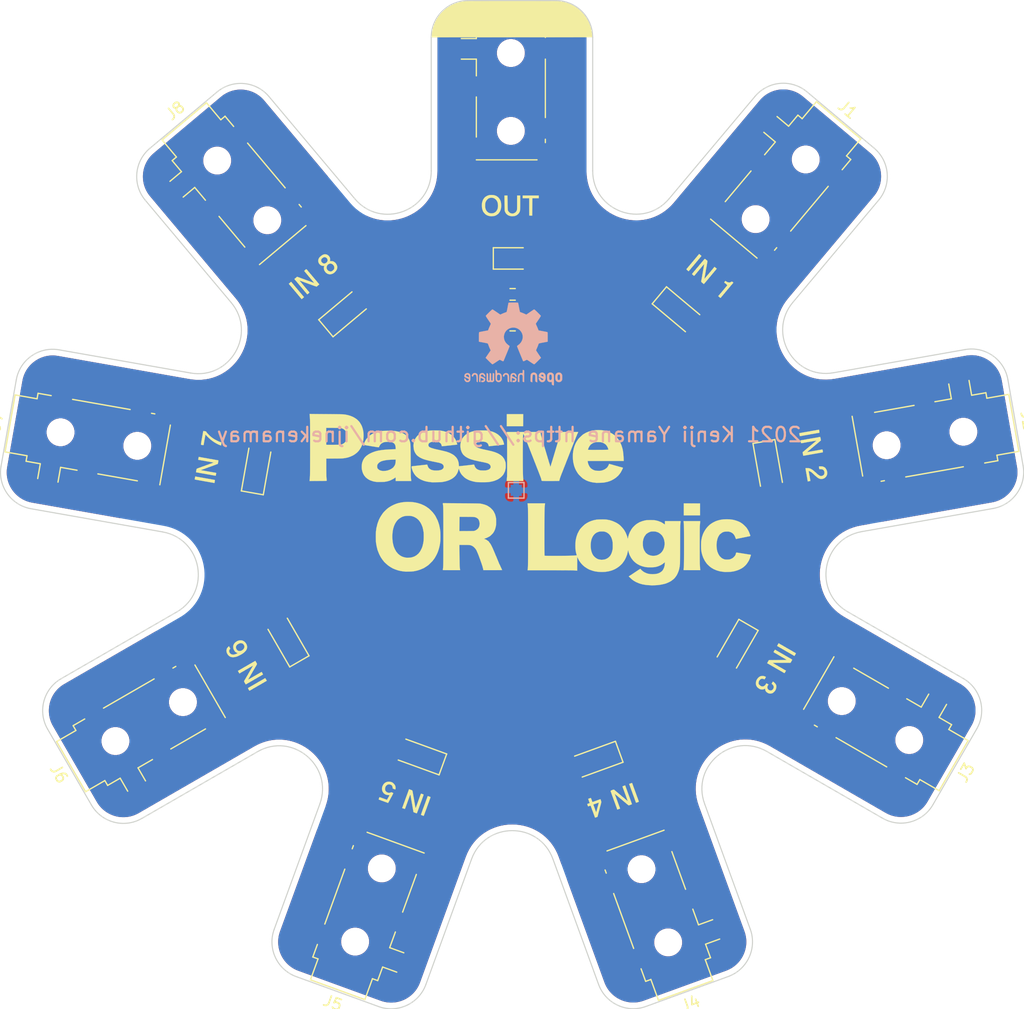
<source format=kicad_pcb>
(kicad_pcb (version 20171130) (host pcbnew "(5.1.9)-1")
  (layers (0 F.Cu signal hide) (31 B.Cu signal hide) (34 B.Paste user) (35 F.Paste user) (36 B.SilkS user) (37 F.SilkS user) (38 B.Mask user) (39 F.Mask user) (44 Edge.Cuts user))
  (net 0 "")
  (net 1 "Net-(D1-Pad2)")
  (net 2 "Net-(D1-Pad1)")
  (net 3 "Net-(D2-Pad2)")
  (net 4 "Net-(D3-Pad2)")
  (net 5 "Net-(D4-Pad2)")
  (net 6 "Net-(D5-Pad2)")
  (net 7 "Net-(D6-Pad2)")
  (net 8 "Net-(D7-Pad2)")
  (net 9 "Net-(D8-Pad2)")
  (net 10 "Net-(D10-Pad2)")
  (net 11 GND)
  (module TestPoint:TestPoint_Pad_1.0x1.0mm (layer B.Cu) (at 144.75 91.35)
    (fp_text reference REF1 hide)
    (fp_text value TestPoint_Pad_1.0x1.0mm)
    (pad 1 smd rect (at 0 0) (size 1 1) (layers B.Cu B.Mask) (net 11 GND))
  )
  (module Symbol:OSHW-Logo2_9.8x8mm_SilkScreen (layer B.Cu) (at 144.49 78.19 180)
    (fp_text reference REF** hide)
    (fp_text value OSHW-Logo2_9.8x8mm_SilkScreen hide)
  )
  (module DiodeORLogic:silk (layer F.Cu) (at 144.33 104.7)
    (fp_text reference G*** hide)
    (fp_text value LOGO hide)
  )
  (module Diode_SMD:D_SOD-123 (layer F.Cu) (at 129.38 75.34 40)
    (fp_text reference D8 hide)
    (fp_text value 1N4148)
    (pad 2 smd rect (at 1.65 0 40) (size 0.9 1.2) (layers F.Cu F.Paste F.Mask) (net 9 "Net-(D8-Pad2)"))
    (pad 1 smd rect (at -1.65 0 40) (size 0.9 1.2) (layers F.Cu F.Paste F.Mask) (net 2 "Net-(D1-Pad1)"))
  )
  (module Diode_SMD:D_SOD-123 (layer F.Cu) (at 121.44 89.36 80)
    (fp_text reference D7 hide)
    (fp_text value 1N4148)
    (pad 2 smd rect (at 1.65 0 80) (size 0.9 1.2) (layers F.Cu F.Paste F.Mask) (net 8 "Net-(D7-Pad2)"))
    (pad 1 smd rect (at -1.65 0 80) (size 0.9 1.2) (layers F.Cu F.Paste F.Mask) (net 2 "Net-(D1-Pad1)"))
  )
  (module Diode_SMD:D_SOD-123 (layer F.Cu) (at 124.15 104.77 120)
    (fp_text reference D6 hide)
    (fp_text value 1N4148)
    (pad 2 smd rect (at 1.65 0 120) (size 0.9 1.2) (layers F.Cu F.Paste F.Mask) (net 7 "Net-(D6-Pad2)"))
    (pad 1 smd rect (at -1.65 0 120) (size 0.9 1.2) (layers F.Cu F.Paste F.Mask) (net 2 "Net-(D1-Pad1)"))
  )
  (module Diode_SMD:D_SOD-123 (layer F.Cu) (at 136.05 115.21 160)
    (fp_text reference D5 hide)
    (fp_text value 1N4148)
    (pad 2 smd rect (at 1.65 0 160) (size 0.9 1.2) (layers F.Cu F.Paste F.Mask) (net 6 "Net-(D5-Pad2)"))
    (pad 1 smd rect (at -1.65 0 160) (size 0.9 1.2) (layers F.Cu F.Paste F.Mask) (net 2 "Net-(D1-Pad1)"))
  )
  (module Diode_SMD:D_SOD-123 (layer F.Cu) (at 151.89 115.61 200)
    (fp_text reference D4 hide)
    (fp_text value 1N4148)
    (pad 2 smd rect (at 1.65 0 200) (size 0.9 1.2) (layers F.Cu F.Paste F.Mask) (net 5 "Net-(D4-Pad2)"))
    (pad 1 smd rect (at -1.65 0 200) (size 0.9 1.2) (layers F.Cu F.Paste F.Mask) (net 2 "Net-(D1-Pad1)"))
  )
  (module Diode_SMD:D_SOD-123 (layer F.Cu) (at 164.49 105.39 240)
    (fp_text reference D3 hide)
    (fp_text value 1N4148)
    (pad 2 smd rect (at 1.65 0 240) (size 0.9 1.2) (layers F.Cu F.Paste F.Mask) (net 4 "Net-(D3-Pad2)"))
    (pad 1 smd rect (at -1.65 0 240) (size 0.9 1.2) (layers F.Cu F.Paste F.Mask) (net 2 "Net-(D1-Pad1)"))
  )
  (module Diode_SMD:D_SOD-123 (layer F.Cu) (at 167.39 89.18 280)
    (fp_text reference D2 hide)
    (fp_text value 1N4148)
    (pad 2 smd rect (at 1.65 0 280) (size 0.9 1.2) (layers F.Cu F.Paste F.Mask) (net 3 "Net-(D2-Pad2)"))
    (pad 1 smd rect (at -1.65 0 280) (size 0.9 1.2) (layers F.Cu F.Paste F.Mask) (net 2 "Net-(D1-Pad1)"))
  )
  (module Diode_SMD:D_SOD-123 (layer F.Cu) (at 159.33 75.27 320)
    (fp_text reference D1 hide)
    (fp_text value 1N4148)
    (pad 2 smd rect (at 1.65 0 320) (size 0.9 1.2) (layers F.Cu F.Paste F.Mask) (net 1 "Net-(D1-Pad2)"))
    (pad 1 smd rect (at -1.65 0 320) (size 0.9 1.2) (layers F.Cu F.Paste F.Mask) (net 2 "Net-(D1-Pad1)"))
  )
  (module Resistor_SMD:R_0603_1608Metric (layer F.Cu) (at 144.43 73.74)
    (fp_text reference R2 hide)
    (fp_text value 1k)
    (pad 2 smd roundrect (at 0.825 0) (size 0.8 0.95) (layers F.Cu F.Paste F.Mask) (net 2 "Net-(D1-Pad1)"))
    (pad 1 smd roundrect (at -0.825 0) (size 0.8 0.95) (layers F.Cu F.Paste F.Mask) (net 10 "Net-(D10-Pad2)"))
  )
  (module Resistor_SMD:R_0603_1608Metric (layer F.Cu) (at 144.43 76.5)
    (fp_text reference R1 hide)
    (fp_text value 10k)
    (pad 2 smd roundrect (at 0.825 0) (size 0.8 0.95) (layers F.Cu F.Paste F.Mask) (net 2 "Net-(D1-Pad1)"))
    (pad 1 smd roundrect (at -0.825 0) (size 0.8 0.95) (layers F.Cu F.Paste F.Mask) (net 11 GND))
  )
  (module Connector_Audio:Jack_3.5mm_PJ311_Horizontal (layer F.Cu) (at 144.27 56.35)
    (fp_text reference J9 (at 0 -10.16) (layer F.SilkS))
    (fp_text value OUT)
    (pad 2 smd rect (at 3.5 -4.7) (size 2 1.5) (layers F.Cu F.Paste F.Mask))
    (pad "" np_thru_hole circle (at 0 2.7) (size 1.5 1.5) (drill 1.5) (layers *.Cu *.Mask))
    (pad "" np_thru_hole circle (at 0 -4.3) (size 1.5 1.5) (drill 1.5) (layers *.Cu *.Mask))
    (pad 4 smd rect (at 3.5 2.5) (size 2 1.5) (layers F.Cu F.Paste F.Mask) (net 2 "Net-(D1-Pad1)"))
    (pad 5 smd rect (at 3.5 4.7) (size 2 1.5) (layers F.Cu F.Paste F.Mask))
    (pad 1 smd rect (at -3.5 -4.7) (size 2 1.5) (layers F.Cu F.Paste F.Mask) (net 11 GND))
    (pad 3 smd rect (at -3.5 -1.3) (size 2 1.5) (layers F.Cu F.Paste F.Mask))
    (pad 6 smd rect (at -3.5 4.2) (size 2 1.5) (layers F.Cu F.Paste F.Mask))
  )
  (module Connector_Audio:Jack_3.5mm_PJ311_Horizontal (layer F.Cu) (at 120.66 65.01 40)
    (fp_text reference J8 (at 0 -10.16 40) (layer F.SilkS))
    (fp_text value INPUT8)
    (pad 2 smd rect (at 3.5 -4.7 40) (size 2 1.5) (layers F.Cu F.Paste F.Mask))
    (pad "" np_thru_hole circle (at 0 2.7 40) (size 1.5 1.5) (drill 1.5) (layers *.Cu *.Mask))
    (pad "" np_thru_hole circle (at 0 -4.3 40) (size 1.5 1.5) (drill 1.5) (layers *.Cu *.Mask))
    (pad 4 smd rect (at 3.5 2.5 40) (size 2 1.5) (layers F.Cu F.Paste F.Mask) (net 9 "Net-(D8-Pad2)"))
    (pad 5 smd rect (at 3.5 4.7 40) (size 2 1.5) (layers F.Cu F.Paste F.Mask))
    (pad 1 smd rect (at -3.5 -4.7 40) (size 2 1.5) (layers F.Cu F.Paste F.Mask) (net 11 GND))
    (pad 3 smd rect (at -3.5 -1.3 40) (size 2 1.5) (layers F.Cu F.Paste F.Mask))
    (pad 6 smd rect (at -3.5 4.2 40) (size 2 1.5) (layers F.Cu F.Paste F.Mask))
  )
  (module Connector_Audio:Jack_3.5mm_PJ311_Horizontal (layer F.Cu) (at 108.06 86.88 80)
    (fp_text reference J7 (at 0 -10.16 80) (layer F.SilkS))
    (fp_text value INPUT7)
    (pad 2 smd rect (at 3.5 -4.7 80) (size 2 1.5) (layers F.Cu F.Paste F.Mask))
    (pad "" np_thru_hole circle (at 0 2.7 80) (size 1.5 1.5) (drill 1.5) (layers *.Cu *.Mask))
    (pad "" np_thru_hole circle (at 0 -4.3 80) (size 1.5 1.5) (drill 1.5) (layers *.Cu *.Mask))
    (pad 4 smd rect (at 3.5 2.5 80) (size 2 1.5) (layers F.Cu F.Paste F.Mask) (net 8 "Net-(D7-Pad2)"))
    (pad 5 smd rect (at 3.5 4.7 80) (size 2 1.5) (layers F.Cu F.Paste F.Mask))
    (pad 1 smd rect (at -3.5 -4.7 80) (size 2 1.5) (layers F.Cu F.Paste F.Mask) (net 11 GND))
    (pad 3 smd rect (at -3.5 -1.3 80) (size 2 1.5) (layers F.Cu F.Paste F.Mask))
    (pad 6 smd rect (at -3.5 4.2 80) (size 2 1.5) (layers F.Cu F.Paste F.Mask))
  )
  (module Connector_Audio:Jack_3.5mm_PJ311_Horizontal (layer F.Cu) (at 112.48 111.73 120)
    (fp_text reference J6 (at 0 -10.16 120) (layer F.SilkS))
    (fp_text value INPUT6)
    (pad 2 smd rect (at 3.5 -4.7 120) (size 2 1.5) (layers F.Cu F.Paste F.Mask))
    (pad "" np_thru_hole circle (at 0 2.7 120) (size 1.5 1.5) (drill 1.5) (layers *.Cu *.Mask))
    (pad "" np_thru_hole circle (at 0 -4.3 120) (size 1.5 1.5) (drill 1.5) (layers *.Cu *.Mask))
    (pad 4 smd rect (at 3.5 2.5 120) (size 2 1.5) (layers F.Cu F.Paste F.Mask) (net 7 "Net-(D6-Pad2)"))
    (pad 5 smd rect (at 3.5 4.7 120) (size 2 1.5) (layers F.Cu F.Paste F.Mask))
    (pad 1 smd rect (at -3.5 -4.7 120) (size 2 1.5) (layers F.Cu F.Paste F.Mask) (net 11 GND))
    (pad 3 smd rect (at -3.5 -1.3 120) (size 2 1.5) (layers F.Cu F.Paste F.Mask))
    (pad 6 smd rect (at -3.5 4.2 120) (size 2 1.5) (layers F.Cu F.Paste F.Mask))
  )
  (module Connector_Audio:Jack_3.5mm_PJ311_Horizontal (layer F.Cu) (at 131.755702 127.861329 160)
    (fp_text reference J5 (at 0 -10.16 160) (layer F.SilkS))
    (fp_text value INPUT5)
    (pad 2 smd rect (at 3.5 -4.7 160) (size 2 1.5) (layers F.Cu F.Paste F.Mask))
    (pad "" np_thru_hole circle (at 0 2.7 160) (size 1.5 1.5) (drill 1.5) (layers *.Cu *.Mask))
    (pad "" np_thru_hole circle (at 0 -4.3 160) (size 1.5 1.5) (drill 1.5) (layers *.Cu *.Mask))
    (pad 4 smd rect (at 3.5 2.5 160) (size 2 1.5) (layers F.Cu F.Paste F.Mask) (net 6 "Net-(D5-Pad2)"))
    (pad 5 smd rect (at 3.5 4.7 160) (size 2 1.5) (layers F.Cu F.Paste F.Mask))
    (pad 1 smd rect (at -3.5 -4.7 160) (size 2 1.5) (layers F.Cu F.Paste F.Mask) (net 11 GND))
    (pad 3 smd rect (at -3.5 -1.3 160) (size 2 1.5) (layers F.Cu F.Paste F.Mask))
    (pad 6 smd rect (at -3.5 4.2 160) (size 2 1.5) (layers F.Cu F.Paste F.Mask))
  )
  (module Connector_Audio:Jack_3.5mm_PJ311_Horizontal (layer F.Cu) (at 156.93 127.93 200)
    (fp_text reference J4 (at 0 -10.16 20) (layer F.SilkS))
    (fp_text value INPUT4)
    (pad 2 smd rect (at 3.5 -4.7 200) (size 2 1.5) (layers F.Cu F.Paste F.Mask))
    (pad "" np_thru_hole circle (at 0 2.7 200) (size 1.5 1.5) (drill 1.5) (layers *.Cu *.Mask))
    (pad "" np_thru_hole circle (at 0 -4.3 200) (size 1.5 1.5) (drill 1.5) (layers *.Cu *.Mask))
    (pad 4 smd rect (at 3.5 2.5 200) (size 2 1.5) (layers F.Cu F.Paste F.Mask) (net 5 "Net-(D4-Pad2)"))
    (pad 5 smd rect (at 3.5 4.7 200) (size 2 1.5) (layers F.Cu F.Paste F.Mask))
    (pad 1 smd rect (at -3.5 -4.7 200) (size 2 1.5) (layers F.Cu F.Paste F.Mask) (net 11 GND))
    (pad 3 smd rect (at -3.5 -1.3 200) (size 2 1.5) (layers F.Cu F.Paste F.Mask))
    (pad 6 smd rect (at -3.5 4.2 200) (size 2 1.5) (layers F.Cu F.Paste F.Mask))
  )
  (module Connector_Audio:Jack_3.5mm_PJ311_Horizontal (layer F.Cu) (at 176.33 111.64 240)
    (fp_text reference J3 (at 0 -10.16 60) (layer F.SilkS))
    (fp_text value INPUT3)
    (pad 2 smd rect (at 3.5 -4.7 240) (size 2 1.5) (layers F.Cu F.Paste F.Mask))
    (pad "" np_thru_hole circle (at 0 2.7 240) (size 1.5 1.5) (drill 1.5) (layers *.Cu *.Mask))
    (pad "" np_thru_hole circle (at 0 -4.3 240) (size 1.5 1.5) (drill 1.5) (layers *.Cu *.Mask))
    (pad 4 smd rect (at 3.5 2.5 240) (size 2 1.5) (layers F.Cu F.Paste F.Mask) (net 4 "Net-(D3-Pad2)"))
    (pad 5 smd rect (at 3.5 4.7 240) (size 2 1.5) (layers F.Cu F.Paste F.Mask))
    (pad 1 smd rect (at -3.5 -4.7 240) (size 2 1.5) (layers F.Cu F.Paste F.Mask) (net 11 GND))
    (pad 3 smd rect (at -3.5 -1.3 240) (size 2 1.5) (layers F.Cu F.Paste F.Mask))
    (pad 6 smd rect (at -3.5 4.2 240) (size 2 1.5) (layers F.Cu F.Paste F.Mask))
  )
  (module Connector_Audio:Jack_3.5mm_PJ311_Horizontal (layer F.Cu) (at 180.68 86.83 280)
    (fp_text reference J2 (at 0 -10.16 100) (layer F.SilkS))
    (fp_text value INPUT2)
    (pad 2 smd rect (at 3.5 -4.7 280) (size 2 1.5) (layers F.Cu F.Paste F.Mask))
    (pad "" np_thru_hole circle (at 0 2.7 280) (size 1.5 1.5) (drill 1.5) (layers *.Cu *.Mask))
    (pad "" np_thru_hole circle (at 0 -4.3 280) (size 1.5 1.5) (drill 1.5) (layers *.Cu *.Mask))
    (pad 4 smd rect (at 3.5 2.5 280) (size 2 1.5) (layers F.Cu F.Paste F.Mask) (net 3 "Net-(D2-Pad2)"))
    (pad 5 smd rect (at 3.5 4.7 280) (size 2 1.5) (layers F.Cu F.Paste F.Mask))
    (pad 1 smd rect (at -3.5 -4.7 280) (size 2 1.5) (layers F.Cu F.Paste F.Mask) (net 11 GND))
    (pad 3 smd rect (at -3.5 -1.3 280) (size 2 1.5) (layers F.Cu F.Paste F.Mask))
    (pad 6 smd rect (at -3.5 4.2 280) (size 2 1.5) (layers F.Cu F.Paste F.Mask))
  )
  (module Connector_Audio:Jack_3.5mm_PJ311_Horizontal (layer F.Cu) (at 167.99 64.91 320)
    (fp_text reference J1 (at 0 -10.16 140) (layer F.SilkS))
    (fp_text value INPUT1)
    (pad 2 smd rect (at 3.5 -4.7 320) (size 2 1.5) (layers F.Cu F.Paste F.Mask))
    (pad "" np_thru_hole circle (at 0 2.7 320) (size 1.5 1.5) (drill 1.5) (layers *.Cu *.Mask))
    (pad "" np_thru_hole circle (at 0 -4.3 320) (size 1.5 1.5) (drill 1.5) (layers *.Cu *.Mask))
    (pad 4 smd rect (at 3.5 2.5 320) (size 2 1.5) (layers F.Cu F.Paste F.Mask) (net 1 "Net-(D1-Pad2)"))
    (pad 5 smd rect (at 3.5 4.7 320) (size 2 1.5) (layers F.Cu F.Paste F.Mask))
    (pad 1 smd rect (at -3.5 -4.7 320) (size 2 1.5) (layers F.Cu F.Paste F.Mask) (net 11 GND))
    (pad 3 smd rect (at -3.5 -1.3 320) (size 2 1.5) (layers F.Cu F.Paste F.Mask))
    (pad 6 smd rect (at -3.5 4.2 320) (size 2 1.5) (layers F.Cu F.Paste F.Mask))
  )
  (module LED_SMD:LED_0805_2012Metric (layer F.Cu) (at 144.38 70.51)
    (fp_text reference D10 hide)
    (fp_text value LED)
    (pad 2 smd roundrect (at 0.9375 0) (size 0.975 1.4) (layers F.Cu F.Paste F.Mask) (net 10 "Net-(D10-Pad2)"))
    (pad 1 smd roundrect (at -0.9375 0) (size 0.975 1.4) (layers F.Cu F.Paste F.Mask) (net 11 GND))
  )
  (gr_curve (pts (xy 151.619571 50.652969) (xy 151.619571 48.821354) (xy 150.134753 47.336536) (xy 148.303138 47.336536)) (layer Edge.Cuts) (width 0.1))
  (gr_curve (pts (xy 148.303138 47.336536) (xy 148.303138 47.336536) (xy 140.436006 47.336536) (xy 140.436006 47.336536)) (layer Edge.Cuts) (width 0.1))
  (gr_text "2021 Kenji Yamane https://github.com/ijnekenamay" (at 144.12 86.35) (layer B.SilkS) (effects (font (size 1.3 1.3) (thickness 0.2)) (justify mirror)))
  (gr_curve (pts (xy 151.619571 62.636603) (xy 151.619571 62.636603) (xy 151.619571 50.652969) (xy 151.619571 50.652969)) (layer Edge.Cuts) (width 0.1))
  (gr_curve (pts (xy 130.249006 65.144322) (xy 130.249006 65.144322) (xy 122.547425 55.965935) (xy 122.547425 55.965935)) (layer Edge.Cuts) (width 0.1))
  (gr_curve (pts (xy 137.119573 50.652969) (xy 137.119573 50.652969) (xy 137.119573 62.64364) (xy 137.119573 62.64364)) (layer Edge.Cuts) (width 0.1))
  (gr_curve (pts (xy 122.547425 55.965935) (xy 121.370085 54.562835) (xy 119.278225 54.379822) (xy 117.875127 55.557163)) (layer Edge.Cuts) (width 0.1))
  (gr_curve (pts (xy 140.436006 47.336536) (xy 138.604391 47.336536) (xy 137.119573 48.821354) (xy 137.119573 50.652969)) (layer Edge.Cuts) (width 0.1))
  (gr_curve (pts (xy 98.483931 89.160907) (xy 98.165872 90.964697) (xy 99.370296 92.684794) (xy 101.174086 93.002852)) (layer Edge.Cuts) (width 0.1))
  (gr_curve (pts (xy 99.850052 81.413297) (xy 99.850052 81.413297) (xy 98.483931 89.160907) (xy 98.483931 89.160907)) (layer Edge.Cuts) (width 0.1))
  (gr_curve (pts (xy 103.691992 78.723144) (xy 101.888205 78.405088) (xy 100.16811 79.60951) (xy 99.850052 81.413297)) (layer Edge.Cuts) (width 0.1))
  (gr_curve (pts (xy 111.439786 65.286357) (xy 111.439786 65.286357) (xy 119.147257 74.471769) (xy 119.147257 74.471769)) (layer Edge.Cuts) (width 0.1))
  (gr_curve (pts (xy 115.491504 80.803716) (xy 115.491504 80.803716) (xy 103.691992 78.723144) (xy 103.691992 78.723144)) (layer Edge.Cuts) (width 0.1))
  (gr_curve (pts (xy 119.147257 74.471769) (xy 121.481917 77.25411) (xy 119.068413 81.434422) (xy 115.491504 80.803716)) (layer Edge.Cuts) (width 0.1))
  (gr_curve (pts (xy 117.875127 55.557163) (xy 117.875127 55.557163) (xy 111.848558 60.614063) (xy 111.848558 60.614063)) (layer Edge.Cuts) (width 0.1))
  (gr_curve (pts (xy 111.848558 60.614063) (xy 110.445462 61.791402) (xy 110.262448 63.883259) (xy 111.439786 65.286357)) (layer Edge.Cuts) (width 0.1))
  (gr_curve (pts (xy 137.119573 62.64364) (xy 137.119573 66.275728) (xy 132.583668 67.926663) (xy 130.249006 65.144322)) (layer Edge.Cuts) (width 0.1))
  (gr_curve (pts (xy 158.490137 65.137286) (xy 156.155475 67.919626) (xy 151.619571 66.268692) (xy 151.619571 62.636603)) (layer Edge.Cuts) (width 0.1))
  (gr_curve (pts (xy 170.871036 55.541767) (xy 169.467938 54.364426) (xy 167.376079 54.547439) (xy 166.198738 55.950538)) (layer Edge.Cuts) (width 0.1))
  (gr_curve (pts (xy 176.897605 60.598667) (xy 176.897605 60.598667) (xy 170.871036 55.541767) (xy 170.871036 55.541767)) (layer Edge.Cuts) (width 0.1))
  (gr_curve (pts (xy 177.306377 65.270961) (xy 178.483715 63.867863) (xy 178.300702 61.776007) (xy 176.897605 60.598667)) (layer Edge.Cuts) (width 0.1))
  (gr_curve (pts (xy 169.605073 74.449023) (xy 169.605073 74.449023) (xy 177.306377 65.270961) (xy 177.306377 65.270961)) (layer Edge.Cuts) (width 0.1))
  (gr_curve (pts (xy 187.586918 92.978583) (xy 189.390706 92.660527) (xy 190.59513 90.940433) (xy 190.277074 89.136645)) (layer Edge.Cuts) (width 0.1))
  (gr_curve (pts (xy 175.78728 95.059177) (xy 175.78728 95.059177) (xy 187.586918 92.978583) (xy 187.586918 92.978583)) (layer Edge.Cuts) (width 0.1))
  (gr_curve (pts (xy 188.910964 81.389018) (xy 188.592908 79.585227) (xy 186.872811 78.380802) (xy 185.069021 78.69886)) (layer Edge.Cuts) (width 0.1))
  (gr_curve (pts (xy 173.260828 80.78097) (xy 169.683918 81.411678) (xy 167.270411 77.231365) (xy 169.605073 74.449023)) (layer Edge.Cuts) (width 0.1))
  (gr_curve (pts (xy 174.517649 102.259603) (xy 171.372169 100.443558) (xy 172.210371 95.689883) (xy 175.78728 95.059177)) (layer Edge.Cuts) (width 0.1))
  (gr_curve (pts (xy 166.198738 55.950538) (xy 166.198738 55.950538) (xy 158.490137 65.137286) (xy 158.490137 65.137286)) (layer Edge.Cuts) (width 0.1))
  (gr_curve (pts (xy 185.069021 78.69886) (xy 185.069021 78.69886) (xy 173.260828 80.78097) (xy 173.260828 80.78097)) (layer Edge.Cuts) (width 0.1))
  (gr_curve (pts (xy 190.277074 89.136645) (xy 190.277074 89.136645) (xy 188.910964 81.389018) (xy 188.910964 81.389018)) (layer Edge.Cuts) (width 0.1))
  (gr_curve (pts (xy 184.901473 108.25471) (xy 184.901473 108.25471) (xy 174.517649 102.259603) (xy 174.517649 102.259603)) (layer Edge.Cuts) (width 0.1))
  (gr_curve (pts (xy 186.11537 112.785042) (xy 187.031178 111.198817) (xy 186.487698 109.170518) (xy 184.901473 108.25471)) (layer Edge.Cuts) (width 0.1))
  (gr_curve (pts (xy 182.181794 119.598188) (xy 182.181794 119.598188) (xy 186.11537 112.785042) (xy 186.11537 112.785042)) (layer Edge.Cuts) (width 0.1))
  (gr_curve (pts (xy 177.651464 120.812085) (xy 179.237689 121.727893) (xy 181.265986 121.184412) (xy 182.181794 119.598188)) (layer Edge.Cuts) (width 0.1))
  (gr_curve (pts (xy 167.274607 114.821005) (xy 167.274607 114.821005) (xy 177.651464 120.812085) (xy 177.651464 120.812085)) (layer Edge.Cuts) (width 0.1))
  (gr_curve (pts (xy 161.673671 119.520752) (xy 160.431421 116.107705) (xy 164.129125 113.004961) (xy 167.274607 114.821005)) (layer Edge.Cuts) (width 0.1))
  (gr_curve (pts (xy 165.77483 130.788572) (xy 165.77483 130.788572) (xy 161.673671 119.520752) (xy 161.673671 119.520752)) (layer Edge.Cuts) (width 0.1))
  (gr_curve (pts (xy 163.792687 135.039289) (xy 165.513845 134.412841) (xy 166.401281 132.509729) (xy 165.77483 130.788572)) (layer Edge.Cuts) (width 0.1))
  (gr_curve (pts (xy 152.149288 135.747857) (xy 152.775737 137.469012) (xy 154.678845 138.356447) (xy 156.4 137.73)) (layer Edge.Cuts) (width 0.1))
  (gr_curve (pts (xy 148.051279 124.488663) (xy 148.051279 124.488663) (xy 152.149288 135.747857) (xy 152.149288 135.747857)) (layer Edge.Cuts) (width 0.1))
  (gr_curve (pts (xy 140.739775 124.488662) (xy 141.982023 121.075614) (xy 146.809032 121.075615) (xy 148.051279 124.488663)) (layer Edge.Cuts) (width 0.1))
  (gr_curve (pts (xy 136.638714 135.75623) (xy 136.638714 135.75623) (xy 140.739775 124.488662) (xy 140.739775 124.488662)) (layer Edge.Cuts) (width 0.1))
  (gr_curve (pts (xy 132.387998 137.73837) (xy 134.109154 138.36482) (xy 136.012264 137.477386) (xy 136.638714 135.75623)) (layer Edge.Cuts) (width 0.1))
  (gr_curve (pts (xy 111.125921 120.833572) (xy 111.125921 120.833572) (xy 121.510149 114.838231) (xy 121.510149 114.838231)) (layer Edge.Cuts) (width 0.1))
  (gr_curve (pts (xy 124.995304 135.047645) (xy 124.995304 135.047645) (xy 132.387998 137.73837) (xy 132.387998 137.73837)) (layer Edge.Cuts) (width 0.1))
  (gr_curve (pts (xy 127.111088 119.537974) (xy 127.111088 119.537974) (xy 123.013165 130.796932) (xy 123.013165 130.796932)) (layer Edge.Cuts) (width 0.1))
  (gr_curve (pts (xy 106.59559 119.619676) (xy 107.511398 121.2059) (xy 109.539696 121.74938) (xy 111.125921 120.833572)) (layer Edge.Cuts) (width 0.1))
  (gr_curve (pts (xy 101.174086 93.002852) (xy 101.174086 93.002852) (xy 112.982589 95.085012) (xy 112.982589 95.085012)) (layer Edge.Cuts) (width 0.1))
  (gr_curve (pts (xy 102.662016 112.806532) (xy 102.662016 112.806532) (xy 106.59559 119.619676) (xy 106.59559 119.619676)) (layer Edge.Cuts) (width 0.1))
  (gr_curve (pts (xy 114.252218 102.285438) (xy 114.252218 102.285438) (xy 103.875914 108.2762) (xy 103.875914 108.2762)) (layer Edge.Cuts) (width 0.1))
  (gr_curve (pts (xy 103.875914 108.2762) (xy 102.289688 109.192007) (xy 101.746207 111.220307) (xy 102.662016 112.806532)) (layer Edge.Cuts) (width 0.1))
  (gr_curve (pts (xy 123.013165 130.796932) (xy 122.386716 132.518087) (xy 123.27415 134.421195) (xy 124.995304 135.047645)) (layer Edge.Cuts) (width 0.1))
  (gr_curve (pts (xy 112.982589 95.085012) (xy 116.559498 95.715719) (xy 117.397699 100.469394) (xy 114.252218 102.285438)) (layer Edge.Cuts) (width 0.1))
  (gr_curve (pts (xy 121.510149 114.838231) (xy 124.65563 113.022186) (xy 128.353335 116.124927) (xy 127.111088 119.537974)) (layer Edge.Cuts) (width 0.1))
  (gr_curve (pts (xy 156.4 137.73) (xy 156.4 137.73) (xy 163.792687 135.039289) (xy 163.792687 135.039289)) (layer Edge.Cuts) (width 0.1))
  (segment (start 169.773994 69.784675) (end 169.773994 71.716006) (width 0.25) (layer F.Cu) (net 1))
  (segment (start 169.064187 69.074868) (end 169.773994 69.784675) (width 0.25) (layer F.Cu) (net 1))
  (segment (start 165.1594 76.3306) (end 160.593973 76.3306) (width 0.25) (layer F.Cu) (net 1))
  (segment (start 169.773994 71.716006) (end 165.1594 76.3306) (width 0.25) (layer F.Cu) (net 1))
  (segment (start 149.095001 69.899999) (end 145.255 73.74) (width 0.25) (layer F.Cu) (net 2))
  (segment (start 149.095001 58.925001) (end 149.095001 69.899999) (width 0.25) (layer F.Cu) (net 2))
  (segment (start 149.02 58.85) (end 149.095001 58.925001) (width 0.25) (layer F.Cu) (net 2))
  (segment (start 147.77 58.85) (end 149.02 58.85) (width 0.25) (layer F.Cu) (net 2))
  (segment (start 145.255 73.74) (end 145.255 76.5) (width 0.25) (layer F.Cu) (net 2))
  (segment (start 153.756626 69.899999) (end 158.066027 74.2094) (width 0.25) (layer F.Cu) (net 2))
  (segment (start 149.095001 69.899999) (end 153.756626 69.899999) (width 0.25) (layer F.Cu) (net 2))
  (segment (start 167.103481 87.555067) (end 164.765067 87.555067) (width 0.25) (layer F.Cu) (net 2))
  (segment (start 158.066027 80.856027) (end 158.066027 74.2094) (width 0.25) (layer F.Cu) (net 2))
  (segment (start 128.116027 84.022387) (end 121.153481 90.984933) (width 0.25) (layer F.Cu) (net 2))
  (segment (start 128.116027 76.4006) (end 128.116027 84.022387) (width 0.25) (layer F.Cu) (net 2))
  (segment (start 124.975 94.806452) (end 124.975 106.198942) (width 0.25) (layer F.Cu) (net 2))
  (segment (start 121.153481 90.984933) (end 124.975 94.806452) (width 0.25) (layer F.Cu) (net 2))
  (segment (start 124.975 106.198942) (end 130.368942 106.198942) (width 0.25) (layer F.Cu) (net 2))
  (segment (start 137.600493 113.430493) (end 137.600493 115.774333) (width 0.25) (layer F.Cu) (net 2))
  (segment (start 130.368942 106.198942) (end 137.600493 113.430493) (width 0.25) (layer F.Cu) (net 2))
  (segment (start 137.600493 115.774333) (end 137.600493 114.979507) (width 0.25) (layer F.Cu) (net 2))
  (segment (start 137.600493 114.979507) (end 139.86 112.72) (width 0.25) (layer F.Cu) (net 2))
  (segment (start 151.114826 112.72) (end 153.440493 115.045667) (width 0.25) (layer F.Cu) (net 2))
  (segment (start 139.86 112.72) (end 151.114826 112.72) (width 0.25) (layer F.Cu) (net 2))
  (segment (start 153.440493 115.045667) (end 153.440493 111.309507) (width 0.25) (layer F.Cu) (net 2))
  (segment (start 160.788942 103.961058) (end 165.315 103.961058) (width 0.25) (layer F.Cu) (net 2))
  (segment (start 153.440493 111.309507) (end 160.788942 103.961058) (width 0.25) (layer F.Cu) (net 2))
  (segment (start 165.315 103.961058) (end 163.771058 103.961058) (width 0.25) (layer F.Cu) (net 2))
  (segment (start 163.205 103.395) (end 163.205 85.995) (width 0.25) (layer F.Cu) (net 2))
  (segment (start 163.771058 103.961058) (end 163.205 103.395) (width 0.25) (layer F.Cu) (net 2))
  (segment (start 163.205 85.995) (end 158.066027 80.856027) (width 0.25) (layer F.Cu) (net 2))
  (segment (start 164.765067 87.555067) (end 163.205 85.995) (width 0.25) (layer F.Cu) (net 2))
  (segment (start 178.825749 91.726374) (end 177.062123 93.49) (width 0.25) (layer F.Cu) (net 3))
  (segment (start 178.825749 90.710948) (end 178.825749 91.726374) (width 0.25) (layer F.Cu) (net 3))
  (segment (start 170.361586 93.49) (end 167.676519 90.804933) (width 0.25) (layer F.Cu) (net 3))
  (segment (start 177.062123 93.49) (end 170.361586 93.49) (width 0.25) (layer F.Cu) (net 3))
  (segment (start 171.682886 114.153139) (end 169.043139 114.153139) (width 0.25) (layer F.Cu) (net 4))
  (segment (start 172.414936 113.421089) (end 171.682886 114.153139) (width 0.25) (layer F.Cu) (net 4))
  (segment (start 163.665 108.775) (end 163.665 106.818942) (width 0.25) (layer F.Cu) (net 4))
  (segment (start 169.043139 114.153139) (end 163.665 108.775) (width 0.25) (layer F.Cu) (net 4))
  (segment (start 152.786025 126.777839) (end 151.007839 126.777839) (width 0.25) (layer F.Cu) (net 5))
  (segment (start 151.007839 126.777839) (end 149.68 125.45) (width 0.25) (layer F.Cu) (net 5))
  (segment (start 149.68 116.83384) (end 150.339507 116.174333) (width 0.25) (layer F.Cu) (net 5))
  (segment (start 149.68 125.45) (end 149.68 116.83384) (width 0.25) (layer F.Cu) (net 5))
  (segment (start 129.321828 124.315027) (end 127.74 122.733199) (width 0.25) (layer F.Cu) (net 6))
  (segment (start 127.74 122.733199) (end 127.74 120.81) (width 0.25) (layer F.Cu) (net 6))
  (segment (start 133.904333 114.645667) (end 134.499507 114.645667) (width 0.25) (layer F.Cu) (net 6))
  (segment (start 127.74 120.81) (end 133.904333 114.645667) (width 0.25) (layer F.Cu) (net 6))
  (segment (start 112.895064 107.448911) (end 112.895064 104.744936) (width 0.25) (layer F.Cu) (net 7))
  (segment (start 114.298942 103.341058) (end 123.325 103.341058) (width 0.25) (layer F.Cu) (net 7))
  (segment (start 112.895064 104.744936) (end 114.298942 103.341058) (width 0.25) (layer F.Cu) (net 7))
  (segment (start 111.129788 83.867293) (end 110.132707 83.867293) (width 0.25) (layer F.Cu) (net 8))
  (segment (start 110.132707 83.867293) (end 108.54 85.46) (width 0.25) (layer F.Cu) (net 8))
  (segment (start 108.54 85.46) (end 108.54 91.96) (width 0.25) (layer F.Cu) (net 8))
  (segment (start 108.54 91.96) (end 109.96 93.38) (width 0.25) (layer F.Cu) (net 8))
  (segment (start 109.96 93.38) (end 113.98 93.38) (width 0.25) (layer F.Cu) (net 8))
  (segment (start 119.624933 87.735067) (end 121.726519 87.735067) (width 0.25) (layer F.Cu) (net 8))
  (segment (start 113.98 93.38) (end 119.624933 87.735067) (width 0.25) (layer F.Cu) (net 8))
  (segment (start 124.948125 64.675354) (end 124.948125 62.731875) (width 0.25) (layer F.Cu) (net 9))
  (segment (start 124.948125 62.731875) (end 125.32 62.36) (width 0.25) (layer F.Cu) (net 9))
  (segment (start 125.32 62.36) (end 125.81 62.36) (width 0.25) (layer F.Cu) (net 9))
  (segment (start 130.643973 67.193973) (end 130.643973 74.2794) (width 0.25) (layer F.Cu) (net 9))
  (segment (start 125.81 62.36) (end 130.643973 67.193973) (width 0.25) (layer F.Cu) (net 9))
  (segment (start 145.31 70.55) (end 145.31 70.5175) (width 0.25) (layer F.Cu) (net 10))
  (segment (start 145.31 70.51) (end 145.3175 70.51) (width 0.25) (layer F.Cu) (net 10))
  (segment (start 143.605 71.95139) (end 144.85999 70.6964) (width 0.25) (layer F.Cu) (net 10))
  (segment (start 143.605 73.74) (end 143.605 71.95139) (width 0.25) (layer F.Cu) (net 10))
  (zone (net 11) (net_name GND) (layer F.Cu) (connect_pads (clearance 0.508)) (min_thickness 0.254) (fill yes (arc_segments 32) (thermal_gap 0.508) (thermal_bridge_width 0.508))
    (polygon (pts (xy 153.19 62.9) (xy 154.85 65.62) (xy 157.4 64.39) (xy 168.45 51.76) (xy 180.99 62.11) (xy 170.64 75.27) (xy 170.29 77.37) (xy 170.99 79.74) (xy 190.64 77.02) (xy 193.27 93.95) (xy 177.92 96.14) (xy 174.67 97.63) (xy 173.53 99.83) (xy 176.17 102.15) (xy 189.23 109.49) (xy 181.08 125.19) (xy 166.87 116.24) (xy 163.62 116.07) (xy 162.31 118.26) (xy 168.27 134.29) (xy 151.87 140.51) (xy 146.78 125.78) (xy 145.21 123.67) (xy 141.78 124.99) (xy 136 140.86) (xy 119.51 134.55) (xy 124.51 121.31) (xy 124.77 117.53) (xy 123.1 115.87) (xy 108.19 124.64) (xy 99.07 110.17) (xy 103.98 105.34) (xy 112.84 101.13) (xy 114.68 98.68) (xy 113.63 96.31) (xy 96.44 93.68) (xy 99.68 75.39) (xy 110.21 78.28) (xy 116.79 79.77) (xy 119.07 77.67) (xy 118.45 75.3) (xy 107.67 62.67) (xy 118.72 52.06) (xy 121.61 53.37) (xy 131.7 64.77) (xy 134.5 64.77) (xy 135.82 63.37) (xy 136.17 46.15) (xy 153.1 46.15)))
  )
  (zone (net 11) (net_name GND) (layer B.Cu) (connect_pads (clearance 0.508)) (min_thickness 0.254) (fill yes (arc_segments 32) (thermal_gap 0.508) (thermal_bridge_width 0.508))
    (polygon (pts (xy 152.99 46.61) (xy 152.86 63.49) (xy 154.47 65.95) (xy 156.87 65.46) (xy 167.47 52.95) (xy 170.24 53.51) (xy 180.16 61.82) (xy 178.86 66.88) (xy 170.24 75.32) (xy 169.87 78.03) (xy 171.78 79.94) (xy 189.34 77.41) (xy 192.29 94.05) (xy 174.61 96.51) (xy 174.18 99.91) (xy 174.55 101.33) (xy 188.84 109.48) (xy 180.59 124.82) (xy 167.65 115.95) (xy 163.4 115.64) (xy 161.86 118.1) (xy 168.45 134.99) (xy 152.06 139.98) (xy 146.58 124.27) (xy 144.61 122.54) (xy 141.96 123.65) (xy 135.92 139.91) (xy 120.06 134.31) (xy 125.85 119.83) (xy 125.79 116.13) (xy 122.95 115.15) (xy 107.67 124.2) (xy 99.79 110.03) (xy 114.33 100.85) (xy 115.56 98.39) (xy 114.08 96.17) (xy 96.46 93.21) (xy 99.73 76.76) (xy 113.59 79.54) (xy 116.92 79.78) (xy 118.76 78.61) (xy 119.01 75.96) (xy 108.84 63.83) (xy 109.65 60.81) (xy 120.09 53.51) (xy 122.98 54.86) (xy 131.67 65.77) (xy 133.33 65.77) (xy 136.17 63.36) (xy 137.09 45.74)))
  )
)
</source>
